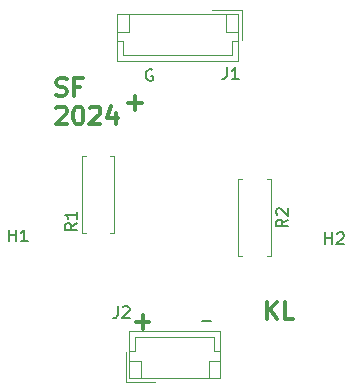
<source format=gbr>
%TF.GenerationSoftware,KiCad,Pcbnew,7.0.9*%
%TF.CreationDate,2024-03-13T22:22:46+01:00*%
%TF.ProjectId,KorryLargePCB,4b6f7272-794c-4617-9267-655043422e6b,rev?*%
%TF.SameCoordinates,Original*%
%TF.FileFunction,Legend,Top*%
%TF.FilePolarity,Positive*%
%FSLAX46Y46*%
G04 Gerber Fmt 4.6, Leading zero omitted, Abs format (unit mm)*
G04 Created by KiCad (PCBNEW 7.0.9) date 2024-03-13 22:22:46*
%MOMM*%
%LPD*%
G01*
G04 APERTURE LIST*
%ADD10C,0.300000*%
%ADD11C,0.150000*%
%ADD12C,0.120000*%
G04 APERTURE END LIST*
D10*
X50983082Y-27564400D02*
X51197368Y-27635828D01*
X51197368Y-27635828D02*
X51554510Y-27635828D01*
X51554510Y-27635828D02*
X51697368Y-27564400D01*
X51697368Y-27564400D02*
X51768796Y-27492971D01*
X51768796Y-27492971D02*
X51840225Y-27350114D01*
X51840225Y-27350114D02*
X51840225Y-27207257D01*
X51840225Y-27207257D02*
X51768796Y-27064400D01*
X51768796Y-27064400D02*
X51697368Y-26992971D01*
X51697368Y-26992971D02*
X51554510Y-26921542D01*
X51554510Y-26921542D02*
X51268796Y-26850114D01*
X51268796Y-26850114D02*
X51125939Y-26778685D01*
X51125939Y-26778685D02*
X51054510Y-26707257D01*
X51054510Y-26707257D02*
X50983082Y-26564400D01*
X50983082Y-26564400D02*
X50983082Y-26421542D01*
X50983082Y-26421542D02*
X51054510Y-26278685D01*
X51054510Y-26278685D02*
X51125939Y-26207257D01*
X51125939Y-26207257D02*
X51268796Y-26135828D01*
X51268796Y-26135828D02*
X51625939Y-26135828D01*
X51625939Y-26135828D02*
X51840225Y-26207257D01*
X52983081Y-26850114D02*
X52483081Y-26850114D01*
X52483081Y-27635828D02*
X52483081Y-26135828D01*
X52483081Y-26135828D02*
X53197367Y-26135828D01*
X50983082Y-28693685D02*
X51054510Y-28622257D01*
X51054510Y-28622257D02*
X51197368Y-28550828D01*
X51197368Y-28550828D02*
X51554510Y-28550828D01*
X51554510Y-28550828D02*
X51697368Y-28622257D01*
X51697368Y-28622257D02*
X51768796Y-28693685D01*
X51768796Y-28693685D02*
X51840225Y-28836542D01*
X51840225Y-28836542D02*
X51840225Y-28979400D01*
X51840225Y-28979400D02*
X51768796Y-29193685D01*
X51768796Y-29193685D02*
X50911653Y-30050828D01*
X50911653Y-30050828D02*
X51840225Y-30050828D01*
X52768796Y-28550828D02*
X52911653Y-28550828D01*
X52911653Y-28550828D02*
X53054510Y-28622257D01*
X53054510Y-28622257D02*
X53125939Y-28693685D01*
X53125939Y-28693685D02*
X53197367Y-28836542D01*
X53197367Y-28836542D02*
X53268796Y-29122257D01*
X53268796Y-29122257D02*
X53268796Y-29479400D01*
X53268796Y-29479400D02*
X53197367Y-29765114D01*
X53197367Y-29765114D02*
X53125939Y-29907971D01*
X53125939Y-29907971D02*
X53054510Y-29979400D01*
X53054510Y-29979400D02*
X52911653Y-30050828D01*
X52911653Y-30050828D02*
X52768796Y-30050828D01*
X52768796Y-30050828D02*
X52625939Y-29979400D01*
X52625939Y-29979400D02*
X52554510Y-29907971D01*
X52554510Y-29907971D02*
X52483081Y-29765114D01*
X52483081Y-29765114D02*
X52411653Y-29479400D01*
X52411653Y-29479400D02*
X52411653Y-29122257D01*
X52411653Y-29122257D02*
X52483081Y-28836542D01*
X52483081Y-28836542D02*
X52554510Y-28693685D01*
X52554510Y-28693685D02*
X52625939Y-28622257D01*
X52625939Y-28622257D02*
X52768796Y-28550828D01*
X53840224Y-28693685D02*
X53911652Y-28622257D01*
X53911652Y-28622257D02*
X54054510Y-28550828D01*
X54054510Y-28550828D02*
X54411652Y-28550828D01*
X54411652Y-28550828D02*
X54554510Y-28622257D01*
X54554510Y-28622257D02*
X54625938Y-28693685D01*
X54625938Y-28693685D02*
X54697367Y-28836542D01*
X54697367Y-28836542D02*
X54697367Y-28979400D01*
X54697367Y-28979400D02*
X54625938Y-29193685D01*
X54625938Y-29193685D02*
X53768795Y-30050828D01*
X53768795Y-30050828D02*
X54697367Y-30050828D01*
X55983081Y-29050828D02*
X55983081Y-30050828D01*
X55625938Y-28479400D02*
X55268795Y-29550828D01*
X55268795Y-29550828D02*
X56197366Y-29550828D01*
D11*
X59110588Y-25417438D02*
X59015350Y-25369819D01*
X59015350Y-25369819D02*
X58872493Y-25369819D01*
X58872493Y-25369819D02*
X58729636Y-25417438D01*
X58729636Y-25417438D02*
X58634398Y-25512676D01*
X58634398Y-25512676D02*
X58586779Y-25607914D01*
X58586779Y-25607914D02*
X58539160Y-25798390D01*
X58539160Y-25798390D02*
X58539160Y-25941247D01*
X58539160Y-25941247D02*
X58586779Y-26131723D01*
X58586779Y-26131723D02*
X58634398Y-26226961D01*
X58634398Y-26226961D02*
X58729636Y-26322200D01*
X58729636Y-26322200D02*
X58872493Y-26369819D01*
X58872493Y-26369819D02*
X58967731Y-26369819D01*
X58967731Y-26369819D02*
X59110588Y-26322200D01*
X59110588Y-26322200D02*
X59158207Y-26274580D01*
X59158207Y-26274580D02*
X59158207Y-25941247D01*
X59158207Y-25941247D02*
X58967731Y-25941247D01*
X63336779Y-46738866D02*
X64098684Y-46738866D01*
D10*
X57694510Y-46769400D02*
X58837368Y-46769400D01*
X58265939Y-47340828D02*
X58265939Y-46197971D01*
X57054510Y-28229400D02*
X58197368Y-28229400D01*
X57625939Y-28800828D02*
X57625939Y-27657971D01*
X68804510Y-46550828D02*
X68804510Y-45050828D01*
X69661653Y-46550828D02*
X69018796Y-45693685D01*
X69661653Y-45050828D02*
X68804510Y-45907971D01*
X71018796Y-46550828D02*
X70304510Y-46550828D01*
X70304510Y-46550828D02*
X70304510Y-45050828D01*
D11*
X52704819Y-38416666D02*
X52228628Y-38749999D01*
X52704819Y-38988094D02*
X51704819Y-38988094D01*
X51704819Y-38988094D02*
X51704819Y-38607142D01*
X51704819Y-38607142D02*
X51752438Y-38511904D01*
X51752438Y-38511904D02*
X51800057Y-38464285D01*
X51800057Y-38464285D02*
X51895295Y-38416666D01*
X51895295Y-38416666D02*
X52038152Y-38416666D01*
X52038152Y-38416666D02*
X52133390Y-38464285D01*
X52133390Y-38464285D02*
X52181009Y-38511904D01*
X52181009Y-38511904D02*
X52228628Y-38607142D01*
X52228628Y-38607142D02*
X52228628Y-38988094D01*
X52704819Y-37464285D02*
X52704819Y-38035713D01*
X52704819Y-37749999D02*
X51704819Y-37749999D01*
X51704819Y-37749999D02*
X51847676Y-37845237D01*
X51847676Y-37845237D02*
X51942914Y-37940475D01*
X51942914Y-37940475D02*
X51990533Y-38035713D01*
X56166666Y-45454819D02*
X56166666Y-46169104D01*
X56166666Y-46169104D02*
X56119047Y-46311961D01*
X56119047Y-46311961D02*
X56023809Y-46407200D01*
X56023809Y-46407200D02*
X55880952Y-46454819D01*
X55880952Y-46454819D02*
X55785714Y-46454819D01*
X56595238Y-45550057D02*
X56642857Y-45502438D01*
X56642857Y-45502438D02*
X56738095Y-45454819D01*
X56738095Y-45454819D02*
X56976190Y-45454819D01*
X56976190Y-45454819D02*
X57071428Y-45502438D01*
X57071428Y-45502438D02*
X57119047Y-45550057D01*
X57119047Y-45550057D02*
X57166666Y-45645295D01*
X57166666Y-45645295D02*
X57166666Y-45740533D01*
X57166666Y-45740533D02*
X57119047Y-45883390D01*
X57119047Y-45883390D02*
X56547619Y-46454819D01*
X56547619Y-46454819D02*
X57166666Y-46454819D01*
X65416666Y-25204819D02*
X65416666Y-25919104D01*
X65416666Y-25919104D02*
X65369047Y-26061961D01*
X65369047Y-26061961D02*
X65273809Y-26157200D01*
X65273809Y-26157200D02*
X65130952Y-26204819D01*
X65130952Y-26204819D02*
X65035714Y-26204819D01*
X66416666Y-26204819D02*
X65845238Y-26204819D01*
X66130952Y-26204819D02*
X66130952Y-25204819D01*
X66130952Y-25204819D02*
X66035714Y-25347676D01*
X66035714Y-25347676D02*
X65940476Y-25442914D01*
X65940476Y-25442914D02*
X65845238Y-25490533D01*
X70574819Y-38106666D02*
X70098628Y-38439999D01*
X70574819Y-38678094D02*
X69574819Y-38678094D01*
X69574819Y-38678094D02*
X69574819Y-38297142D01*
X69574819Y-38297142D02*
X69622438Y-38201904D01*
X69622438Y-38201904D02*
X69670057Y-38154285D01*
X69670057Y-38154285D02*
X69765295Y-38106666D01*
X69765295Y-38106666D02*
X69908152Y-38106666D01*
X69908152Y-38106666D02*
X70003390Y-38154285D01*
X70003390Y-38154285D02*
X70051009Y-38201904D01*
X70051009Y-38201904D02*
X70098628Y-38297142D01*
X70098628Y-38297142D02*
X70098628Y-38678094D01*
X69670057Y-37725713D02*
X69622438Y-37678094D01*
X69622438Y-37678094D02*
X69574819Y-37582856D01*
X69574819Y-37582856D02*
X69574819Y-37344761D01*
X69574819Y-37344761D02*
X69622438Y-37249523D01*
X69622438Y-37249523D02*
X69670057Y-37201904D01*
X69670057Y-37201904D02*
X69765295Y-37154285D01*
X69765295Y-37154285D02*
X69860533Y-37154285D01*
X69860533Y-37154285D02*
X70003390Y-37201904D01*
X70003390Y-37201904D02*
X70574819Y-37773332D01*
X70574819Y-37773332D02*
X70574819Y-37154285D01*
X73738095Y-40204819D02*
X73738095Y-39204819D01*
X73738095Y-39681009D02*
X74309523Y-39681009D01*
X74309523Y-40204819D02*
X74309523Y-39204819D01*
X74738095Y-39300057D02*
X74785714Y-39252438D01*
X74785714Y-39252438D02*
X74880952Y-39204819D01*
X74880952Y-39204819D02*
X75119047Y-39204819D01*
X75119047Y-39204819D02*
X75214285Y-39252438D01*
X75214285Y-39252438D02*
X75261904Y-39300057D01*
X75261904Y-39300057D02*
X75309523Y-39395295D01*
X75309523Y-39395295D02*
X75309523Y-39490533D01*
X75309523Y-39490533D02*
X75261904Y-39633390D01*
X75261904Y-39633390D02*
X74690476Y-40204819D01*
X74690476Y-40204819D02*
X75309523Y-40204819D01*
X46988095Y-39954819D02*
X46988095Y-38954819D01*
X46988095Y-39431009D02*
X47559523Y-39431009D01*
X47559523Y-39954819D02*
X47559523Y-38954819D01*
X48559523Y-39954819D02*
X47988095Y-39954819D01*
X48273809Y-39954819D02*
X48273809Y-38954819D01*
X48273809Y-38954819D02*
X48178571Y-39097676D01*
X48178571Y-39097676D02*
X48083333Y-39192914D01*
X48083333Y-39192914D02*
X47988095Y-39240533D01*
D12*
%TO.C,R1*%
X53130000Y-39270000D02*
X53130000Y-32730000D01*
X53460000Y-39270000D02*
X53130000Y-39270000D01*
X55540000Y-39270000D02*
X55870000Y-39270000D01*
X55870000Y-39270000D02*
X55870000Y-32730000D01*
X53130000Y-32730000D02*
X53460000Y-32730000D01*
X55870000Y-32730000D02*
X55540000Y-32730000D01*
%TO.C,J2*%
X56840000Y-49360000D02*
X56840000Y-51860000D01*
X56840000Y-51860000D02*
X59340000Y-51860000D01*
X57140000Y-47540000D02*
X57140000Y-51560000D01*
X57140000Y-49250000D02*
X57640000Y-49250000D01*
X57140000Y-50060000D02*
X58140000Y-50060000D01*
X57140000Y-51560000D02*
X64860000Y-51560000D01*
X57640000Y-48040000D02*
X64360000Y-48040000D01*
X57640000Y-49250000D02*
X57640000Y-48040000D01*
X58140000Y-50060000D02*
X58140000Y-51560000D01*
X63860000Y-50060000D02*
X63860000Y-51560000D01*
X64360000Y-48040000D02*
X64360000Y-49250000D01*
X64360000Y-49250000D02*
X64860000Y-49250000D01*
X64860000Y-47540000D02*
X57140000Y-47540000D01*
X64860000Y-50060000D02*
X63860000Y-50060000D01*
X64860000Y-51560000D02*
X64860000Y-47540000D01*
%TO.C,J1*%
X66660000Y-22890000D02*
X66660000Y-20390000D01*
X66660000Y-20390000D02*
X64160000Y-20390000D01*
X66360000Y-24710000D02*
X66360000Y-20690000D01*
X66360000Y-23000000D02*
X65860000Y-23000000D01*
X66360000Y-22190000D02*
X65360000Y-22190000D01*
X66360000Y-20690000D02*
X56140000Y-20690000D01*
X65860000Y-24210000D02*
X56640000Y-24210000D01*
X65860000Y-23000000D02*
X65860000Y-24210000D01*
X65360000Y-22190000D02*
X65360000Y-20690000D01*
X57140000Y-22190000D02*
X57140000Y-20690000D01*
X56640000Y-24210000D02*
X56640000Y-23000000D01*
X56640000Y-23000000D02*
X56140000Y-23000000D01*
X56140000Y-24710000D02*
X66360000Y-24710000D01*
X56140000Y-22190000D02*
X57140000Y-22190000D01*
X56140000Y-20690000D02*
X56140000Y-24710000D01*
%TO.C,R2*%
X69120000Y-34670000D02*
X69120000Y-41210000D01*
X68790000Y-34670000D02*
X69120000Y-34670000D01*
X66710000Y-34670000D02*
X66380000Y-34670000D01*
X66380000Y-34670000D02*
X66380000Y-41210000D01*
X69120000Y-41210000D02*
X68790000Y-41210000D01*
X66380000Y-41210000D02*
X66710000Y-41210000D01*
%TD*%
M02*

</source>
